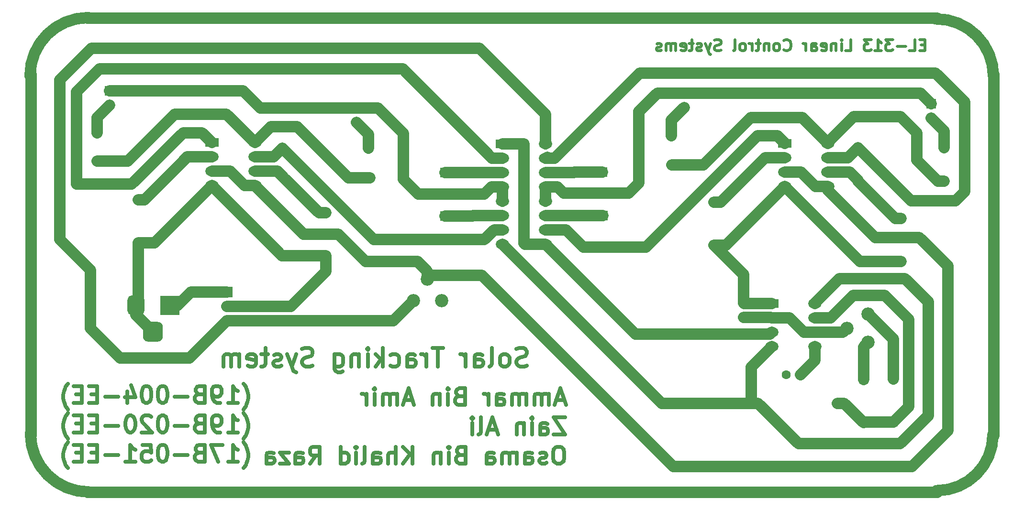
<source format=gbr>
%TF.GenerationSoftware,KiCad,Pcbnew,(5.1.10)-1*%
%TF.CreationDate,2023-01-30T23:20:41+05:00*%
%TF.ProjectId,Solar_Tracker_Circuit,536f6c61-725f-4547-9261-636b65725f43,rev?*%
%TF.SameCoordinates,Original*%
%TF.FileFunction,Copper,L2,Bot*%
%TF.FilePolarity,Positive*%
%FSLAX46Y46*%
G04 Gerber Fmt 4.6, Leading zero omitted, Abs format (unit mm)*
G04 Created by KiCad (PCBNEW (5.1.10)-1) date 2023-01-30 23:20:41*
%MOMM*%
%LPD*%
G01*
G04 APERTURE LIST*
%TA.AperFunction,NonConductor*%
%ADD10C,0.500000*%
%TD*%
%TA.AperFunction,NonConductor*%
%ADD11C,0.700000*%
%TD*%
%TA.AperFunction,NonConductor*%
%ADD12C,2.000000*%
%TD*%
%TA.AperFunction,ComponentPad*%
%ADD13C,1.600000*%
%TD*%
%TA.AperFunction,ComponentPad*%
%ADD14C,1.800000*%
%TD*%
%TA.AperFunction,ComponentPad*%
%ADD15R,1.800000X1.800000*%
%TD*%
%TA.AperFunction,ComponentPad*%
%ADD16R,1.600000X1.600000*%
%TD*%
%TA.AperFunction,ComponentPad*%
%ADD17O,1.600000X1.600000*%
%TD*%
%TA.AperFunction,ComponentPad*%
%ADD18R,3.500000X3.500000*%
%TD*%
%TA.AperFunction,ComponentPad*%
%ADD19C,2.340000*%
%TD*%
%TA.AperFunction,ComponentPad*%
%ADD20R,2.000000X1.905000*%
%TD*%
%TA.AperFunction,ComponentPad*%
%ADD21O,2.000000X1.905000*%
%TD*%
%TA.AperFunction,ComponentPad*%
%ADD22R,2.400000X1.600000*%
%TD*%
%TA.AperFunction,ComponentPad*%
%ADD23O,2.400000X1.600000*%
%TD*%
%TA.AperFunction,ComponentPad*%
%ADD24R,1.700000X1.700000*%
%TD*%
%TA.AperFunction,Conductor*%
%ADD25C,2.000000*%
%TD*%
G04 APERTURE END LIST*
D10*
X198682185Y-35277442D02*
X198015519Y-35277442D01*
X197729804Y-36325061D02*
X198682185Y-36325061D01*
X198682185Y-34325061D01*
X197729804Y-34325061D01*
X195920280Y-36325061D02*
X196872661Y-36325061D01*
X196872661Y-34325061D01*
X195253614Y-35563157D02*
X193729804Y-35563157D01*
X192967900Y-34325061D02*
X191729804Y-34325061D01*
X192396471Y-35086966D01*
X192110757Y-35086966D01*
X191920280Y-35182204D01*
X191825042Y-35277442D01*
X191729804Y-35467919D01*
X191729804Y-35944109D01*
X191825042Y-36134585D01*
X191920280Y-36229823D01*
X192110757Y-36325061D01*
X192682185Y-36325061D01*
X192872661Y-36229823D01*
X192967900Y-36134585D01*
X189825042Y-36325061D02*
X190967900Y-36325061D01*
X190396471Y-36325061D02*
X190396471Y-34325061D01*
X190586947Y-34610776D01*
X190777423Y-34801252D01*
X190967900Y-34896490D01*
X189158376Y-34325061D02*
X187920280Y-34325061D01*
X188586947Y-35086966D01*
X188301233Y-35086966D01*
X188110757Y-35182204D01*
X188015519Y-35277442D01*
X187920280Y-35467919D01*
X187920280Y-35944109D01*
X188015519Y-36134585D01*
X188110757Y-36229823D01*
X188301233Y-36325061D01*
X188872661Y-36325061D01*
X189063138Y-36229823D01*
X189158376Y-36134585D01*
X184586947Y-36325061D02*
X185539328Y-36325061D01*
X185539328Y-34325061D01*
X183920280Y-36325061D02*
X183920280Y-34991728D01*
X183920280Y-34325061D02*
X184015519Y-34420300D01*
X183920280Y-34515538D01*
X183825042Y-34420300D01*
X183920280Y-34325061D01*
X183920280Y-34515538D01*
X182967900Y-34991728D02*
X182967900Y-36325061D01*
X182967900Y-35182204D02*
X182872661Y-35086966D01*
X182682185Y-34991728D01*
X182396471Y-34991728D01*
X182205995Y-35086966D01*
X182110757Y-35277442D01*
X182110757Y-36325061D01*
X180396471Y-36229823D02*
X180586947Y-36325061D01*
X180967900Y-36325061D01*
X181158376Y-36229823D01*
X181253614Y-36039347D01*
X181253614Y-35277442D01*
X181158376Y-35086966D01*
X180967900Y-34991728D01*
X180586947Y-34991728D01*
X180396471Y-35086966D01*
X180301233Y-35277442D01*
X180301233Y-35467919D01*
X181253614Y-35658395D01*
X178586947Y-36325061D02*
X178586947Y-35277442D01*
X178682185Y-35086966D01*
X178872661Y-34991728D01*
X179253614Y-34991728D01*
X179444090Y-35086966D01*
X178586947Y-36229823D02*
X178777423Y-36325061D01*
X179253614Y-36325061D01*
X179444090Y-36229823D01*
X179539328Y-36039347D01*
X179539328Y-35848871D01*
X179444090Y-35658395D01*
X179253614Y-35563157D01*
X178777423Y-35563157D01*
X178586947Y-35467919D01*
X177634566Y-36325061D02*
X177634566Y-34991728D01*
X177634566Y-35372680D02*
X177539328Y-35182204D01*
X177444090Y-35086966D01*
X177253614Y-34991728D01*
X177063138Y-34991728D01*
X173729804Y-36134585D02*
X173825042Y-36229823D01*
X174110757Y-36325061D01*
X174301233Y-36325061D01*
X174586947Y-36229823D01*
X174777423Y-36039347D01*
X174872661Y-35848871D01*
X174967900Y-35467919D01*
X174967900Y-35182204D01*
X174872661Y-34801252D01*
X174777423Y-34610776D01*
X174586947Y-34420300D01*
X174301233Y-34325061D01*
X174110757Y-34325061D01*
X173825042Y-34420300D01*
X173729804Y-34515538D01*
X172586947Y-36325061D02*
X172777423Y-36229823D01*
X172872661Y-36134585D01*
X172967900Y-35944109D01*
X172967900Y-35372680D01*
X172872661Y-35182204D01*
X172777423Y-35086966D01*
X172586947Y-34991728D01*
X172301233Y-34991728D01*
X172110757Y-35086966D01*
X172015519Y-35182204D01*
X171920280Y-35372680D01*
X171920280Y-35944109D01*
X172015519Y-36134585D01*
X172110757Y-36229823D01*
X172301233Y-36325061D01*
X172586947Y-36325061D01*
X171063138Y-34991728D02*
X171063138Y-36325061D01*
X171063138Y-35182204D02*
X170967900Y-35086966D01*
X170777423Y-34991728D01*
X170491709Y-34991728D01*
X170301233Y-35086966D01*
X170205995Y-35277442D01*
X170205995Y-36325061D01*
X169539328Y-34991728D02*
X168777423Y-34991728D01*
X169253614Y-34325061D02*
X169253614Y-36039347D01*
X169158376Y-36229823D01*
X168967900Y-36325061D01*
X168777423Y-36325061D01*
X168110757Y-36325061D02*
X168110757Y-34991728D01*
X168110757Y-35372680D02*
X168015519Y-35182204D01*
X167920280Y-35086966D01*
X167729804Y-34991728D01*
X167539328Y-34991728D01*
X166586947Y-36325061D02*
X166777423Y-36229823D01*
X166872661Y-36134585D01*
X166967900Y-35944109D01*
X166967900Y-35372680D01*
X166872661Y-35182204D01*
X166777423Y-35086966D01*
X166586947Y-34991728D01*
X166301233Y-34991728D01*
X166110757Y-35086966D01*
X166015519Y-35182204D01*
X165920280Y-35372680D01*
X165920280Y-35944109D01*
X166015519Y-36134585D01*
X166110757Y-36229823D01*
X166301233Y-36325061D01*
X166586947Y-36325061D01*
X164777423Y-36325061D02*
X164967900Y-36229823D01*
X165063138Y-36039347D01*
X165063138Y-34325061D01*
X162586947Y-36229823D02*
X162301233Y-36325061D01*
X161825042Y-36325061D01*
X161634566Y-36229823D01*
X161539328Y-36134585D01*
X161444090Y-35944109D01*
X161444090Y-35753633D01*
X161539328Y-35563157D01*
X161634566Y-35467919D01*
X161825042Y-35372680D01*
X162205995Y-35277442D01*
X162396471Y-35182204D01*
X162491709Y-35086966D01*
X162586947Y-34896490D01*
X162586947Y-34706014D01*
X162491709Y-34515538D01*
X162396471Y-34420300D01*
X162205995Y-34325061D01*
X161729804Y-34325061D01*
X161444090Y-34420300D01*
X160777423Y-34991728D02*
X160301233Y-36325061D01*
X159825042Y-34991728D02*
X160301233Y-36325061D01*
X160491709Y-36801252D01*
X160586947Y-36896490D01*
X160777423Y-36991728D01*
X159158376Y-36229823D02*
X158967900Y-36325061D01*
X158586947Y-36325061D01*
X158396471Y-36229823D01*
X158301233Y-36039347D01*
X158301233Y-35944109D01*
X158396471Y-35753633D01*
X158586947Y-35658395D01*
X158872661Y-35658395D01*
X159063138Y-35563157D01*
X159158376Y-35372680D01*
X159158376Y-35277442D01*
X159063138Y-35086966D01*
X158872661Y-34991728D01*
X158586947Y-34991728D01*
X158396471Y-35086966D01*
X157729804Y-34991728D02*
X156967900Y-34991728D01*
X157444090Y-34325061D02*
X157444090Y-36039347D01*
X157348852Y-36229823D01*
X157158376Y-36325061D01*
X156967900Y-36325061D01*
X155539328Y-36229823D02*
X155729804Y-36325061D01*
X156110757Y-36325061D01*
X156301233Y-36229823D01*
X156396471Y-36039347D01*
X156396471Y-35277442D01*
X156301233Y-35086966D01*
X156110757Y-34991728D01*
X155729804Y-34991728D01*
X155539328Y-35086966D01*
X155444090Y-35277442D01*
X155444090Y-35467919D01*
X156396471Y-35658395D01*
X154586947Y-36325061D02*
X154586947Y-34991728D01*
X154586947Y-35182204D02*
X154491709Y-35086966D01*
X154301233Y-34991728D01*
X154015519Y-34991728D01*
X153825042Y-35086966D01*
X153729804Y-35277442D01*
X153729804Y-36325061D01*
X153729804Y-35277442D02*
X153634566Y-35086966D01*
X153444090Y-34991728D01*
X153158376Y-34991728D01*
X152967900Y-35086966D01*
X152872661Y-35277442D01*
X152872661Y-36325061D01*
X152015519Y-36229823D02*
X151825042Y-36325061D01*
X151444090Y-36325061D01*
X151253614Y-36229823D01*
X151158376Y-36039347D01*
X151158376Y-35944109D01*
X151253614Y-35753633D01*
X151444090Y-35658395D01*
X151729804Y-35658395D01*
X151920280Y-35563157D01*
X152015519Y-35372680D01*
X152015519Y-35277442D01*
X151920280Y-35086966D01*
X151729804Y-34991728D01*
X151444090Y-34991728D01*
X151253614Y-35086966D01*
D11*
X78085600Y-99839800D02*
X78228457Y-99696942D01*
X78514171Y-99268371D01*
X78657028Y-98982657D01*
X78799885Y-98554085D01*
X78942742Y-97839800D01*
X78942742Y-97268371D01*
X78799885Y-96554085D01*
X78657028Y-96125514D01*
X78514171Y-95839800D01*
X78228457Y-95411228D01*
X78085600Y-95268371D01*
X75371314Y-98696942D02*
X77085600Y-98696942D01*
X76228457Y-98696942D02*
X76228457Y-95696942D01*
X76514171Y-96125514D01*
X76799885Y-96411228D01*
X77085600Y-96554085D01*
X73942742Y-98696942D02*
X73371314Y-98696942D01*
X73085600Y-98554085D01*
X72942742Y-98411228D01*
X72657028Y-97982657D01*
X72514171Y-97411228D01*
X72514171Y-96268371D01*
X72657028Y-95982657D01*
X72799885Y-95839800D01*
X73085600Y-95696942D01*
X73657028Y-95696942D01*
X73942742Y-95839800D01*
X74085600Y-95982657D01*
X74228457Y-96268371D01*
X74228457Y-96982657D01*
X74085600Y-97268371D01*
X73942742Y-97411228D01*
X73657028Y-97554085D01*
X73085600Y-97554085D01*
X72799885Y-97411228D01*
X72657028Y-97268371D01*
X72514171Y-96982657D01*
X70228457Y-97125514D02*
X69799885Y-97268371D01*
X69657028Y-97411228D01*
X69514171Y-97696942D01*
X69514171Y-98125514D01*
X69657028Y-98411228D01*
X69799885Y-98554085D01*
X70085600Y-98696942D01*
X71228457Y-98696942D01*
X71228457Y-95696942D01*
X70228457Y-95696942D01*
X69942742Y-95839800D01*
X69799885Y-95982657D01*
X69657028Y-96268371D01*
X69657028Y-96554085D01*
X69799885Y-96839800D01*
X69942742Y-96982657D01*
X70228457Y-97125514D01*
X71228457Y-97125514D01*
X68228457Y-97554085D02*
X65942742Y-97554085D01*
X63942742Y-95696942D02*
X63657028Y-95696942D01*
X63371314Y-95839800D01*
X63228457Y-95982657D01*
X63085600Y-96268371D01*
X62942742Y-96839800D01*
X62942742Y-97554085D01*
X63085600Y-98125514D01*
X63228457Y-98411228D01*
X63371314Y-98554085D01*
X63657028Y-98696942D01*
X63942742Y-98696942D01*
X64228457Y-98554085D01*
X64371314Y-98411228D01*
X64514171Y-98125514D01*
X64657028Y-97554085D01*
X64657028Y-96839800D01*
X64514171Y-96268371D01*
X64371314Y-95982657D01*
X64228457Y-95839800D01*
X63942742Y-95696942D01*
X61085600Y-95696942D02*
X60799885Y-95696942D01*
X60514171Y-95839800D01*
X60371314Y-95982657D01*
X60228457Y-96268371D01*
X60085600Y-96839800D01*
X60085600Y-97554085D01*
X60228457Y-98125514D01*
X60371314Y-98411228D01*
X60514171Y-98554085D01*
X60799885Y-98696942D01*
X61085600Y-98696942D01*
X61371314Y-98554085D01*
X61514171Y-98411228D01*
X61657028Y-98125514D01*
X61799885Y-97554085D01*
X61799885Y-96839800D01*
X61657028Y-96268371D01*
X61514171Y-95982657D01*
X61371314Y-95839800D01*
X61085600Y-95696942D01*
X57514171Y-96696942D02*
X57514171Y-98696942D01*
X58228457Y-95554085D02*
X58942742Y-97696942D01*
X57085600Y-97696942D01*
X55942742Y-97554085D02*
X53657028Y-97554085D01*
X52228457Y-97125514D02*
X51228457Y-97125514D01*
X50799885Y-98696942D02*
X52228457Y-98696942D01*
X52228457Y-95696942D01*
X50799885Y-95696942D01*
X49514171Y-97125514D02*
X48514171Y-97125514D01*
X48085600Y-98696942D02*
X49514171Y-98696942D01*
X49514171Y-95696942D01*
X48085600Y-95696942D01*
X47085600Y-99839800D02*
X46942742Y-99696942D01*
X46657028Y-99268371D01*
X46514171Y-98982657D01*
X46371314Y-98554085D01*
X46228457Y-97839800D01*
X46228457Y-97268371D01*
X46371314Y-96554085D01*
X46514171Y-96125514D01*
X46657028Y-95839800D01*
X46942742Y-95411228D01*
X47085600Y-95268371D01*
X78085600Y-105039800D02*
X78228457Y-104896942D01*
X78514171Y-104468371D01*
X78657028Y-104182657D01*
X78799885Y-103754085D01*
X78942742Y-103039800D01*
X78942742Y-102468371D01*
X78799885Y-101754085D01*
X78657028Y-101325514D01*
X78514171Y-101039800D01*
X78228457Y-100611228D01*
X78085600Y-100468371D01*
X75371314Y-103896942D02*
X77085600Y-103896942D01*
X76228457Y-103896942D02*
X76228457Y-100896942D01*
X76514171Y-101325514D01*
X76799885Y-101611228D01*
X77085600Y-101754085D01*
X73942742Y-103896942D02*
X73371314Y-103896942D01*
X73085600Y-103754085D01*
X72942742Y-103611228D01*
X72657028Y-103182657D01*
X72514171Y-102611228D01*
X72514171Y-101468371D01*
X72657028Y-101182657D01*
X72799885Y-101039800D01*
X73085600Y-100896942D01*
X73657028Y-100896942D01*
X73942742Y-101039800D01*
X74085600Y-101182657D01*
X74228457Y-101468371D01*
X74228457Y-102182657D01*
X74085600Y-102468371D01*
X73942742Y-102611228D01*
X73657028Y-102754085D01*
X73085600Y-102754085D01*
X72799885Y-102611228D01*
X72657028Y-102468371D01*
X72514171Y-102182657D01*
X70228457Y-102325514D02*
X69799885Y-102468371D01*
X69657028Y-102611228D01*
X69514171Y-102896942D01*
X69514171Y-103325514D01*
X69657028Y-103611228D01*
X69799885Y-103754085D01*
X70085600Y-103896942D01*
X71228457Y-103896942D01*
X71228457Y-100896942D01*
X70228457Y-100896942D01*
X69942742Y-101039800D01*
X69799885Y-101182657D01*
X69657028Y-101468371D01*
X69657028Y-101754085D01*
X69799885Y-102039800D01*
X69942742Y-102182657D01*
X70228457Y-102325514D01*
X71228457Y-102325514D01*
X68228457Y-102754085D02*
X65942742Y-102754085D01*
X63942742Y-100896942D02*
X63657028Y-100896942D01*
X63371314Y-101039800D01*
X63228457Y-101182657D01*
X63085600Y-101468371D01*
X62942742Y-102039800D01*
X62942742Y-102754085D01*
X63085600Y-103325514D01*
X63228457Y-103611228D01*
X63371314Y-103754085D01*
X63657028Y-103896942D01*
X63942742Y-103896942D01*
X64228457Y-103754085D01*
X64371314Y-103611228D01*
X64514171Y-103325514D01*
X64657028Y-102754085D01*
X64657028Y-102039800D01*
X64514171Y-101468371D01*
X64371314Y-101182657D01*
X64228457Y-101039800D01*
X63942742Y-100896942D01*
X61799885Y-101182657D02*
X61657028Y-101039800D01*
X61371314Y-100896942D01*
X60657028Y-100896942D01*
X60371314Y-101039800D01*
X60228457Y-101182657D01*
X60085600Y-101468371D01*
X60085600Y-101754085D01*
X60228457Y-102182657D01*
X61942742Y-103896942D01*
X60085600Y-103896942D01*
X58228457Y-100896942D02*
X57942742Y-100896942D01*
X57657028Y-101039800D01*
X57514171Y-101182657D01*
X57371314Y-101468371D01*
X57228457Y-102039800D01*
X57228457Y-102754085D01*
X57371314Y-103325514D01*
X57514171Y-103611228D01*
X57657028Y-103754085D01*
X57942742Y-103896942D01*
X58228457Y-103896942D01*
X58514171Y-103754085D01*
X58657028Y-103611228D01*
X58799885Y-103325514D01*
X58942742Y-102754085D01*
X58942742Y-102039800D01*
X58799885Y-101468371D01*
X58657028Y-101182657D01*
X58514171Y-101039800D01*
X58228457Y-100896942D01*
X55942742Y-102754085D02*
X53657028Y-102754085D01*
X52228457Y-102325514D02*
X51228457Y-102325514D01*
X50799885Y-103896942D02*
X52228457Y-103896942D01*
X52228457Y-100896942D01*
X50799885Y-100896942D01*
X49514171Y-102325514D02*
X48514171Y-102325514D01*
X48085600Y-103896942D02*
X49514171Y-103896942D01*
X49514171Y-100896942D01*
X48085600Y-100896942D01*
X47085600Y-105039800D02*
X46942742Y-104896942D01*
X46657028Y-104468371D01*
X46514171Y-104182657D01*
X46371314Y-103754085D01*
X46228457Y-103039800D01*
X46228457Y-102468371D01*
X46371314Y-101754085D01*
X46514171Y-101325514D01*
X46657028Y-101039800D01*
X46942742Y-100611228D01*
X47085600Y-100468371D01*
X78085600Y-110239800D02*
X78228457Y-110096942D01*
X78514171Y-109668371D01*
X78657028Y-109382657D01*
X78799885Y-108954085D01*
X78942742Y-108239800D01*
X78942742Y-107668371D01*
X78799885Y-106954085D01*
X78657028Y-106525514D01*
X78514171Y-106239800D01*
X78228457Y-105811228D01*
X78085600Y-105668371D01*
X75371314Y-109096942D02*
X77085600Y-109096942D01*
X76228457Y-109096942D02*
X76228457Y-106096942D01*
X76514171Y-106525514D01*
X76799885Y-106811228D01*
X77085600Y-106954085D01*
X74371314Y-106096942D02*
X72371314Y-106096942D01*
X73657028Y-109096942D01*
X70228457Y-107525514D02*
X69799885Y-107668371D01*
X69657028Y-107811228D01*
X69514171Y-108096942D01*
X69514171Y-108525514D01*
X69657028Y-108811228D01*
X69799885Y-108954085D01*
X70085600Y-109096942D01*
X71228457Y-109096942D01*
X71228457Y-106096942D01*
X70228457Y-106096942D01*
X69942742Y-106239800D01*
X69799885Y-106382657D01*
X69657028Y-106668371D01*
X69657028Y-106954085D01*
X69799885Y-107239800D01*
X69942742Y-107382657D01*
X70228457Y-107525514D01*
X71228457Y-107525514D01*
X68228457Y-107954085D02*
X65942742Y-107954085D01*
X63942742Y-106096942D02*
X63657028Y-106096942D01*
X63371314Y-106239800D01*
X63228457Y-106382657D01*
X63085600Y-106668371D01*
X62942742Y-107239800D01*
X62942742Y-107954085D01*
X63085600Y-108525514D01*
X63228457Y-108811228D01*
X63371314Y-108954085D01*
X63657028Y-109096942D01*
X63942742Y-109096942D01*
X64228457Y-108954085D01*
X64371314Y-108811228D01*
X64514171Y-108525514D01*
X64657028Y-107954085D01*
X64657028Y-107239800D01*
X64514171Y-106668371D01*
X64371314Y-106382657D01*
X64228457Y-106239800D01*
X63942742Y-106096942D01*
X60228457Y-106096942D02*
X61657028Y-106096942D01*
X61799885Y-107525514D01*
X61657028Y-107382657D01*
X61371314Y-107239800D01*
X60657028Y-107239800D01*
X60371314Y-107382657D01*
X60228457Y-107525514D01*
X60085600Y-107811228D01*
X60085600Y-108525514D01*
X60228457Y-108811228D01*
X60371314Y-108954085D01*
X60657028Y-109096942D01*
X61371314Y-109096942D01*
X61657028Y-108954085D01*
X61799885Y-108811228D01*
X57228457Y-109096942D02*
X58942742Y-109096942D01*
X58085600Y-109096942D02*
X58085600Y-106096942D01*
X58371314Y-106525514D01*
X58657028Y-106811228D01*
X58942742Y-106954085D01*
X55942742Y-107954085D02*
X53657028Y-107954085D01*
X52228457Y-107525514D02*
X51228457Y-107525514D01*
X50799885Y-109096942D02*
X52228457Y-109096942D01*
X52228457Y-106096942D01*
X50799885Y-106096942D01*
X49514171Y-107525514D02*
X48514171Y-107525514D01*
X48085600Y-109096942D02*
X49514171Y-109096942D01*
X49514171Y-106096942D01*
X48085600Y-106096942D01*
X47085600Y-110239800D02*
X46942742Y-110096942D01*
X46657028Y-109668371D01*
X46514171Y-109382657D01*
X46371314Y-108954085D01*
X46228457Y-108239800D01*
X46228457Y-107668371D01*
X46371314Y-106954085D01*
X46514171Y-106525514D01*
X46657028Y-106239800D01*
X46942742Y-105811228D01*
X47085600Y-105668371D01*
X134863571Y-98195400D02*
X133435000Y-98195400D01*
X135149285Y-99052542D02*
X134149285Y-96052542D01*
X133149285Y-99052542D01*
X132149285Y-99052542D02*
X132149285Y-97052542D01*
X132149285Y-97338257D02*
X132006428Y-97195400D01*
X131720714Y-97052542D01*
X131292142Y-97052542D01*
X131006428Y-97195400D01*
X130863571Y-97481114D01*
X130863571Y-99052542D01*
X130863571Y-97481114D02*
X130720714Y-97195400D01*
X130435000Y-97052542D01*
X130006428Y-97052542D01*
X129720714Y-97195400D01*
X129577857Y-97481114D01*
X129577857Y-99052542D01*
X128149285Y-99052542D02*
X128149285Y-97052542D01*
X128149285Y-97338257D02*
X128006428Y-97195400D01*
X127720714Y-97052542D01*
X127292142Y-97052542D01*
X127006428Y-97195400D01*
X126863571Y-97481114D01*
X126863571Y-99052542D01*
X126863571Y-97481114D02*
X126720714Y-97195400D01*
X126435000Y-97052542D01*
X126006428Y-97052542D01*
X125720714Y-97195400D01*
X125577857Y-97481114D01*
X125577857Y-99052542D01*
X122863571Y-99052542D02*
X122863571Y-97481114D01*
X123006428Y-97195400D01*
X123292142Y-97052542D01*
X123863571Y-97052542D01*
X124149285Y-97195400D01*
X122863571Y-98909685D02*
X123149285Y-99052542D01*
X123863571Y-99052542D01*
X124149285Y-98909685D01*
X124292142Y-98623971D01*
X124292142Y-98338257D01*
X124149285Y-98052542D01*
X123863571Y-97909685D01*
X123149285Y-97909685D01*
X122863571Y-97766828D01*
X121435000Y-99052542D02*
X121435000Y-97052542D01*
X121435000Y-97623971D02*
X121292142Y-97338257D01*
X121149285Y-97195400D01*
X120863571Y-97052542D01*
X120577857Y-97052542D01*
X116292142Y-97481114D02*
X115863571Y-97623971D01*
X115720714Y-97766828D01*
X115577857Y-98052542D01*
X115577857Y-98481114D01*
X115720714Y-98766828D01*
X115863571Y-98909685D01*
X116149285Y-99052542D01*
X117292142Y-99052542D01*
X117292142Y-96052542D01*
X116292142Y-96052542D01*
X116006428Y-96195400D01*
X115863571Y-96338257D01*
X115720714Y-96623971D01*
X115720714Y-96909685D01*
X115863571Y-97195400D01*
X116006428Y-97338257D01*
X116292142Y-97481114D01*
X117292142Y-97481114D01*
X114292142Y-99052542D02*
X114292142Y-97052542D01*
X114292142Y-96052542D02*
X114435000Y-96195400D01*
X114292142Y-96338257D01*
X114149285Y-96195400D01*
X114292142Y-96052542D01*
X114292142Y-96338257D01*
X112863571Y-97052542D02*
X112863571Y-99052542D01*
X112863571Y-97338257D02*
X112720714Y-97195400D01*
X112435000Y-97052542D01*
X112006428Y-97052542D01*
X111720714Y-97195400D01*
X111577857Y-97481114D01*
X111577857Y-99052542D01*
X108006428Y-98195400D02*
X106577857Y-98195400D01*
X108292142Y-99052542D02*
X107292142Y-96052542D01*
X106292142Y-99052542D01*
X105292142Y-99052542D02*
X105292142Y-97052542D01*
X105292142Y-97338257D02*
X105149285Y-97195400D01*
X104863571Y-97052542D01*
X104435000Y-97052542D01*
X104149285Y-97195400D01*
X104006428Y-97481114D01*
X104006428Y-99052542D01*
X104006428Y-97481114D02*
X103863571Y-97195400D01*
X103577857Y-97052542D01*
X103149285Y-97052542D01*
X102863571Y-97195400D01*
X102720714Y-97481114D01*
X102720714Y-99052542D01*
X101292142Y-99052542D02*
X101292142Y-97052542D01*
X101292142Y-96052542D02*
X101435000Y-96195400D01*
X101292142Y-96338257D01*
X101149285Y-96195400D01*
X101292142Y-96052542D01*
X101292142Y-96338257D01*
X99863571Y-99052542D02*
X99863571Y-97052542D01*
X99863571Y-97623971D02*
X99720714Y-97338257D01*
X99577857Y-97195400D01*
X99292142Y-97052542D01*
X99006428Y-97052542D01*
X135006428Y-101252542D02*
X133006428Y-101252542D01*
X135006428Y-104252542D01*
X133006428Y-104252542D01*
X130577857Y-104252542D02*
X130577857Y-102681114D01*
X130720714Y-102395400D01*
X131006428Y-102252542D01*
X131577857Y-102252542D01*
X131863571Y-102395400D01*
X130577857Y-104109685D02*
X130863571Y-104252542D01*
X131577857Y-104252542D01*
X131863571Y-104109685D01*
X132006428Y-103823971D01*
X132006428Y-103538257D01*
X131863571Y-103252542D01*
X131577857Y-103109685D01*
X130863571Y-103109685D01*
X130577857Y-102966828D01*
X129149285Y-104252542D02*
X129149285Y-102252542D01*
X129149285Y-101252542D02*
X129292142Y-101395400D01*
X129149285Y-101538257D01*
X129006428Y-101395400D01*
X129149285Y-101252542D01*
X129149285Y-101538257D01*
X127720714Y-102252542D02*
X127720714Y-104252542D01*
X127720714Y-102538257D02*
X127577857Y-102395400D01*
X127292142Y-102252542D01*
X126863571Y-102252542D01*
X126577857Y-102395400D01*
X126435000Y-102681114D01*
X126435000Y-104252542D01*
X122863571Y-103395400D02*
X121435000Y-103395400D01*
X123149285Y-104252542D02*
X122149285Y-101252542D01*
X121149285Y-104252542D01*
X119720714Y-104252542D02*
X120006428Y-104109685D01*
X120149285Y-103823971D01*
X120149285Y-101252542D01*
X118577857Y-104252542D02*
X118577857Y-102252542D01*
X118577857Y-101252542D02*
X118720714Y-101395400D01*
X118577857Y-101538257D01*
X118435000Y-101395400D01*
X118577857Y-101252542D01*
X118577857Y-101538257D01*
X134149285Y-106452542D02*
X133577857Y-106452542D01*
X133292142Y-106595400D01*
X133006428Y-106881114D01*
X132863571Y-107452542D01*
X132863571Y-108452542D01*
X133006428Y-109023971D01*
X133292142Y-109309685D01*
X133577857Y-109452542D01*
X134149285Y-109452542D01*
X134435000Y-109309685D01*
X134720714Y-109023971D01*
X134863571Y-108452542D01*
X134863571Y-107452542D01*
X134720714Y-106881114D01*
X134435000Y-106595400D01*
X134149285Y-106452542D01*
X131720714Y-109309685D02*
X131435000Y-109452542D01*
X130863571Y-109452542D01*
X130577857Y-109309685D01*
X130435000Y-109023971D01*
X130435000Y-108881114D01*
X130577857Y-108595400D01*
X130863571Y-108452542D01*
X131292142Y-108452542D01*
X131577857Y-108309685D01*
X131720714Y-108023971D01*
X131720714Y-107881114D01*
X131577857Y-107595400D01*
X131292142Y-107452542D01*
X130863571Y-107452542D01*
X130577857Y-107595400D01*
X127863571Y-109452542D02*
X127863571Y-107881114D01*
X128006428Y-107595400D01*
X128292142Y-107452542D01*
X128863571Y-107452542D01*
X129149285Y-107595400D01*
X127863571Y-109309685D02*
X128149285Y-109452542D01*
X128863571Y-109452542D01*
X129149285Y-109309685D01*
X129292142Y-109023971D01*
X129292142Y-108738257D01*
X129149285Y-108452542D01*
X128863571Y-108309685D01*
X128149285Y-108309685D01*
X127863571Y-108166828D01*
X126435000Y-109452542D02*
X126435000Y-107452542D01*
X126435000Y-107738257D02*
X126292142Y-107595400D01*
X126006428Y-107452542D01*
X125577857Y-107452542D01*
X125292142Y-107595400D01*
X125149285Y-107881114D01*
X125149285Y-109452542D01*
X125149285Y-107881114D02*
X125006428Y-107595400D01*
X124720714Y-107452542D01*
X124292142Y-107452542D01*
X124006428Y-107595400D01*
X123863571Y-107881114D01*
X123863571Y-109452542D01*
X121149285Y-109452542D02*
X121149285Y-107881114D01*
X121292142Y-107595400D01*
X121577857Y-107452542D01*
X122149285Y-107452542D01*
X122435000Y-107595400D01*
X121149285Y-109309685D02*
X121435000Y-109452542D01*
X122149285Y-109452542D01*
X122435000Y-109309685D01*
X122577857Y-109023971D01*
X122577857Y-108738257D01*
X122435000Y-108452542D01*
X122149285Y-108309685D01*
X121435000Y-108309685D01*
X121149285Y-108166828D01*
X116435000Y-107881114D02*
X116006428Y-108023971D01*
X115863571Y-108166828D01*
X115720714Y-108452542D01*
X115720714Y-108881114D01*
X115863571Y-109166828D01*
X116006428Y-109309685D01*
X116292142Y-109452542D01*
X117435000Y-109452542D01*
X117435000Y-106452542D01*
X116435000Y-106452542D01*
X116149285Y-106595400D01*
X116006428Y-106738257D01*
X115863571Y-107023971D01*
X115863571Y-107309685D01*
X116006428Y-107595400D01*
X116149285Y-107738257D01*
X116435000Y-107881114D01*
X117435000Y-107881114D01*
X114435000Y-109452542D02*
X114435000Y-107452542D01*
X114435000Y-106452542D02*
X114577857Y-106595400D01*
X114435000Y-106738257D01*
X114292142Y-106595400D01*
X114435000Y-106452542D01*
X114435000Y-106738257D01*
X113006428Y-107452542D02*
X113006428Y-109452542D01*
X113006428Y-107738257D02*
X112863571Y-107595400D01*
X112577857Y-107452542D01*
X112149285Y-107452542D01*
X111863571Y-107595400D01*
X111720714Y-107881114D01*
X111720714Y-109452542D01*
X108006428Y-109452542D02*
X108006428Y-106452542D01*
X106292142Y-109452542D02*
X107577857Y-107738257D01*
X106292142Y-106452542D02*
X108006428Y-108166828D01*
X105006428Y-109452542D02*
X105006428Y-106452542D01*
X103720714Y-109452542D02*
X103720714Y-107881114D01*
X103863571Y-107595400D01*
X104149285Y-107452542D01*
X104577857Y-107452542D01*
X104863571Y-107595400D01*
X105006428Y-107738257D01*
X101006428Y-109452542D02*
X101006428Y-107881114D01*
X101149285Y-107595400D01*
X101435000Y-107452542D01*
X102006428Y-107452542D01*
X102292142Y-107595400D01*
X101006428Y-109309685D02*
X101292142Y-109452542D01*
X102006428Y-109452542D01*
X102292142Y-109309685D01*
X102435000Y-109023971D01*
X102435000Y-108738257D01*
X102292142Y-108452542D01*
X102006428Y-108309685D01*
X101292142Y-108309685D01*
X101006428Y-108166828D01*
X99149285Y-109452542D02*
X99435000Y-109309685D01*
X99577857Y-109023971D01*
X99577857Y-106452542D01*
X98006428Y-109452542D02*
X98006428Y-107452542D01*
X98006428Y-106452542D02*
X98149285Y-106595400D01*
X98006428Y-106738257D01*
X97863571Y-106595400D01*
X98006428Y-106452542D01*
X98006428Y-106738257D01*
X95292142Y-109452542D02*
X95292142Y-106452542D01*
X95292142Y-109309685D02*
X95577857Y-109452542D01*
X96149285Y-109452542D01*
X96435000Y-109309685D01*
X96577857Y-109166828D01*
X96720714Y-108881114D01*
X96720714Y-108023971D01*
X96577857Y-107738257D01*
X96435000Y-107595400D01*
X96149285Y-107452542D01*
X95577857Y-107452542D01*
X95292142Y-107595400D01*
X89863571Y-109452542D02*
X90863571Y-108023971D01*
X91577857Y-109452542D02*
X91577857Y-106452542D01*
X90435000Y-106452542D01*
X90149285Y-106595400D01*
X90006428Y-106738257D01*
X89863571Y-107023971D01*
X89863571Y-107452542D01*
X90006428Y-107738257D01*
X90149285Y-107881114D01*
X90435000Y-108023971D01*
X91577857Y-108023971D01*
X87292142Y-109452542D02*
X87292142Y-107881114D01*
X87435000Y-107595400D01*
X87720714Y-107452542D01*
X88292142Y-107452542D01*
X88577857Y-107595400D01*
X87292142Y-109309685D02*
X87577857Y-109452542D01*
X88292142Y-109452542D01*
X88577857Y-109309685D01*
X88720714Y-109023971D01*
X88720714Y-108738257D01*
X88577857Y-108452542D01*
X88292142Y-108309685D01*
X87577857Y-108309685D01*
X87292142Y-108166828D01*
X86149285Y-107452542D02*
X84577857Y-107452542D01*
X86149285Y-109452542D01*
X84577857Y-109452542D01*
X82149285Y-109452542D02*
X82149285Y-107881114D01*
X82292142Y-107595400D01*
X82577857Y-107452542D01*
X83149285Y-107452542D01*
X83435000Y-107595400D01*
X82149285Y-109309685D02*
X82435000Y-109452542D01*
X83149285Y-109452542D01*
X83435000Y-109309685D01*
X83577857Y-109023971D01*
X83577857Y-108738257D01*
X83435000Y-108452542D01*
X83149285Y-108309685D01*
X82435000Y-108309685D01*
X82149285Y-108166828D01*
X128261871Y-92056976D02*
X127797585Y-92211738D01*
X127023776Y-92211738D01*
X126714252Y-92056976D01*
X126559490Y-91902214D01*
X126404728Y-91592690D01*
X126404728Y-91283166D01*
X126559490Y-90973642D01*
X126714252Y-90818880D01*
X127023776Y-90664119D01*
X127642823Y-90509357D01*
X127952347Y-90354595D01*
X128107109Y-90199833D01*
X128261871Y-89890309D01*
X128261871Y-89580785D01*
X128107109Y-89271261D01*
X127952347Y-89116500D01*
X127642823Y-88961738D01*
X126869014Y-88961738D01*
X126404728Y-89116500D01*
X124547585Y-92211738D02*
X124857109Y-92056976D01*
X125011871Y-91902214D01*
X125166633Y-91592690D01*
X125166633Y-90664119D01*
X125011871Y-90354595D01*
X124857109Y-90199833D01*
X124547585Y-90045071D01*
X124083300Y-90045071D01*
X123773776Y-90199833D01*
X123619014Y-90354595D01*
X123464252Y-90664119D01*
X123464252Y-91592690D01*
X123619014Y-91902214D01*
X123773776Y-92056976D01*
X124083300Y-92211738D01*
X124547585Y-92211738D01*
X121607109Y-92211738D02*
X121916633Y-92056976D01*
X122071395Y-91747452D01*
X122071395Y-88961738D01*
X118976157Y-92211738D02*
X118976157Y-90509357D01*
X119130919Y-90199833D01*
X119440442Y-90045071D01*
X120059490Y-90045071D01*
X120369014Y-90199833D01*
X118976157Y-92056976D02*
X119285680Y-92211738D01*
X120059490Y-92211738D01*
X120369014Y-92056976D01*
X120523776Y-91747452D01*
X120523776Y-91437928D01*
X120369014Y-91128404D01*
X120059490Y-90973642D01*
X119285680Y-90973642D01*
X118976157Y-90818880D01*
X117428538Y-92211738D02*
X117428538Y-90045071D01*
X117428538Y-90664119D02*
X117273776Y-90354595D01*
X117119014Y-90199833D01*
X116809490Y-90045071D01*
X116499966Y-90045071D01*
X113404728Y-88961738D02*
X111547585Y-88961738D01*
X112476157Y-92211738D02*
X112476157Y-88961738D01*
X110464252Y-92211738D02*
X110464252Y-90045071D01*
X110464252Y-90664119D02*
X110309490Y-90354595D01*
X110154728Y-90199833D01*
X109845204Y-90045071D01*
X109535680Y-90045071D01*
X107059490Y-92211738D02*
X107059490Y-90509357D01*
X107214252Y-90199833D01*
X107523776Y-90045071D01*
X108142823Y-90045071D01*
X108452347Y-90199833D01*
X107059490Y-92056976D02*
X107369014Y-92211738D01*
X108142823Y-92211738D01*
X108452347Y-92056976D01*
X108607109Y-91747452D01*
X108607109Y-91437928D01*
X108452347Y-91128404D01*
X108142823Y-90973642D01*
X107369014Y-90973642D01*
X107059490Y-90818880D01*
X104119014Y-92056976D02*
X104428538Y-92211738D01*
X105047585Y-92211738D01*
X105357109Y-92056976D01*
X105511871Y-91902214D01*
X105666633Y-91592690D01*
X105666633Y-90664119D01*
X105511871Y-90354595D01*
X105357109Y-90199833D01*
X105047585Y-90045071D01*
X104428538Y-90045071D01*
X104119014Y-90199833D01*
X102726157Y-92211738D02*
X102726157Y-88961738D01*
X102416633Y-90973642D02*
X101488061Y-92211738D01*
X101488061Y-90045071D02*
X102726157Y-91283166D01*
X100095204Y-92211738D02*
X100095204Y-90045071D01*
X100095204Y-88961738D02*
X100249966Y-89116500D01*
X100095204Y-89271261D01*
X99940442Y-89116500D01*
X100095204Y-88961738D01*
X100095204Y-89271261D01*
X98547585Y-90045071D02*
X98547585Y-92211738D01*
X98547585Y-90354595D02*
X98392823Y-90199833D01*
X98083300Y-90045071D01*
X97619014Y-90045071D01*
X97309490Y-90199833D01*
X97154728Y-90509357D01*
X97154728Y-92211738D01*
X94214252Y-90045071D02*
X94214252Y-92676023D01*
X94369014Y-92985547D01*
X94523776Y-93140309D01*
X94833300Y-93295071D01*
X95297585Y-93295071D01*
X95607109Y-93140309D01*
X94214252Y-92056976D02*
X94523776Y-92211738D01*
X95142823Y-92211738D01*
X95452347Y-92056976D01*
X95607109Y-91902214D01*
X95761871Y-91592690D01*
X95761871Y-90664119D01*
X95607109Y-90354595D01*
X95452347Y-90199833D01*
X95142823Y-90045071D01*
X94523776Y-90045071D01*
X94214252Y-90199833D01*
X90345204Y-92056976D02*
X89880919Y-92211738D01*
X89107109Y-92211738D01*
X88797585Y-92056976D01*
X88642823Y-91902214D01*
X88488061Y-91592690D01*
X88488061Y-91283166D01*
X88642823Y-90973642D01*
X88797585Y-90818880D01*
X89107109Y-90664119D01*
X89726157Y-90509357D01*
X90035680Y-90354595D01*
X90190442Y-90199833D01*
X90345204Y-89890309D01*
X90345204Y-89580785D01*
X90190442Y-89271261D01*
X90035680Y-89116500D01*
X89726157Y-88961738D01*
X88952347Y-88961738D01*
X88488061Y-89116500D01*
X87404728Y-90045071D02*
X86630919Y-92211738D01*
X85857109Y-90045071D02*
X86630919Y-92211738D01*
X86940442Y-92985547D01*
X87095204Y-93140309D01*
X87404728Y-93295071D01*
X84773776Y-92056976D02*
X84464252Y-92211738D01*
X83845204Y-92211738D01*
X83535680Y-92056976D01*
X83380919Y-91747452D01*
X83380919Y-91592690D01*
X83535680Y-91283166D01*
X83845204Y-91128404D01*
X84309490Y-91128404D01*
X84619014Y-90973642D01*
X84773776Y-90664119D01*
X84773776Y-90509357D01*
X84619014Y-90199833D01*
X84309490Y-90045071D01*
X83845204Y-90045071D01*
X83535680Y-90199833D01*
X82452347Y-90045071D02*
X81214252Y-90045071D01*
X81988061Y-88961738D02*
X81988061Y-91747452D01*
X81833300Y-92056976D01*
X81523776Y-92211738D01*
X81214252Y-92211738D01*
X78892823Y-92056976D02*
X79202347Y-92211738D01*
X79821395Y-92211738D01*
X80130919Y-92056976D01*
X80285680Y-91747452D01*
X80285680Y-90509357D01*
X80130919Y-90199833D01*
X79821395Y-90045071D01*
X79202347Y-90045071D01*
X78892823Y-90199833D01*
X78738061Y-90509357D01*
X78738061Y-90818880D01*
X80285680Y-91128404D01*
X77345204Y-92211738D02*
X77345204Y-90045071D01*
X77345204Y-90354595D02*
X77190442Y-90199833D01*
X76880919Y-90045071D01*
X76416633Y-90045071D01*
X76107109Y-90199833D01*
X75952347Y-90509357D01*
X75952347Y-92211738D01*
X75952347Y-90509357D02*
X75797585Y-90199833D01*
X75488061Y-90045071D01*
X75023776Y-90045071D01*
X74714252Y-90199833D01*
X74559490Y-90509357D01*
X74559490Y-92211738D01*
D12*
X200614825Y-30658046D02*
G75*
G02*
X210794600Y-40767000I70575J-10108954D01*
G01*
X210718400Y-104267000D02*
G75*
G02*
X200761600Y-114223800I-9956800J0D01*
G01*
X50723800Y-114452400D02*
G75*
G02*
X40411400Y-104140000I0J10312400D01*
G01*
X40335200Y-40716200D02*
G75*
G02*
X50622200Y-30429200I10287000J0D01*
G01*
X210870800Y-104500000D02*
X210870800Y-40429200D01*
X40513000Y-104500000D02*
X40513000Y-40429200D01*
X50513000Y-114500000D02*
X200870800Y-114500000D01*
X50513000Y-30505400D02*
X200870800Y-30505400D01*
D13*
%TO.P,C1,2*%
%TO.N,GND*%
X166573200Y-80989800D03*
%TO.P,C1,1*%
%TO.N,Net-(C1-Pad1)*%
X166573200Y-83489800D03*
%TD*%
%TO.P,C2,1*%
%TO.N,Net-(C2-Pad1)*%
X176657000Y-93649800D03*
%TO.P,C2,2*%
%TO.N,GND*%
X174157000Y-93649800D03*
%TD*%
D14*
%TO.P,D1,2*%
%TO.N,Net-(D1-Pad2)*%
X54406800Y-45923200D03*
D15*
%TO.P,D1,1*%
%TO.N,GND*%
X54406800Y-43383200D03*
%TD*%
D14*
%TO.P,D2,2*%
%TO.N,Net-(D2-Pad2)*%
X98094800Y-48971200D03*
D15*
%TO.P,D2,1*%
%TO.N,GND*%
X98094800Y-46431200D03*
%TD*%
%TO.P,D3,1*%
%TO.N,GND*%
X156057600Y-43789600D03*
D14*
%TO.P,D3,2*%
%TO.N,Net-(D3-Pad2)*%
X156057600Y-46329600D03*
%TD*%
D15*
%TO.P,D4,1*%
%TO.N,GND*%
X199745600Y-45643800D03*
D14*
%TO.P,D4,2*%
%TO.N,Net-(D4-Pad2)*%
X199745600Y-48183800D03*
%TD*%
D16*
%TO.P,D5,1*%
%TO.N,Net-(D5-Pad1)*%
X187807600Y-94513400D03*
D17*
%TO.P,D5,2*%
%TO.N,Net-(D5-Pad2)*%
X187807600Y-102133400D03*
%TD*%
%TO.P,D6,2*%
%TO.N,Net-(D6-Pad2)*%
X193065400Y-94437200D03*
D16*
%TO.P,D6,1*%
%TO.N,Net-(D5-Pad2)*%
X193065400Y-102057200D03*
%TD*%
D18*
%TO.P,J0,1*%
%TO.N,Net-(J0-Pad1)*%
X65074800Y-81381600D03*
%TO.P,J0,2*%
%TO.N,GND*%
%TA.AperFunction,ComponentPad*%
G36*
G01*
X57574800Y-82381600D02*
X57574800Y-80381600D01*
G75*
G02*
X58324800Y-79631600I750000J0D01*
G01*
X59824800Y-79631600D01*
G75*
G02*
X60574800Y-80381600I0J-750000D01*
G01*
X60574800Y-82381600D01*
G75*
G02*
X59824800Y-83131600I-750000J0D01*
G01*
X58324800Y-83131600D01*
G75*
G02*
X57574800Y-82381600I0J750000D01*
G01*
G37*
%TD.AperFunction*%
%TO.P,J0,3*%
%TA.AperFunction,ComponentPad*%
G36*
G01*
X60324800Y-86956600D02*
X60324800Y-85206600D01*
G75*
G02*
X61199800Y-84331600I875000J0D01*
G01*
X62949800Y-84331600D01*
G75*
G02*
X63824800Y-85206600I0J-875000D01*
G01*
X63824800Y-86956600D01*
G75*
G02*
X62949800Y-87831600I-875000J0D01*
G01*
X61199800Y-87831600D01*
G75*
G02*
X60324800Y-86956600I0J875000D01*
G01*
G37*
%TD.AperFunction*%
%TD*%
D13*
%TO.P,R1,1*%
%TO.N,Net-(R1-Pad1)*%
X67411600Y-55829200D03*
D17*
%TO.P,R1,2*%
%TO.N,+5V*%
X52171600Y-55829200D03*
%TD*%
%TO.P,R2,2*%
%TO.N,+5V*%
X100507800Y-58775600D03*
D13*
%TO.P,R2,1*%
%TO.N,Net-(R12-Pad1)*%
X85267800Y-58775600D03*
%TD*%
%TO.P,R3,1*%
%TO.N,Net-(R13-Pad1)*%
X169164000Y-56489600D03*
D17*
%TO.P,R3,2*%
%TO.N,+5V*%
X153924000Y-56489600D03*
%TD*%
%TO.P,R4,2*%
%TO.N,+5V*%
X202082400Y-59385200D03*
D13*
%TO.P,R4,1*%
%TO.N,Net-(R14-Pad1)*%
X186842400Y-59385200D03*
%TD*%
D17*
%TO.P,R5,2*%
%TO.N,In1*%
X67437000Y-50825400D03*
D13*
%TO.P,R5,1*%
%TO.N,Net-(D1-Pad2)*%
X52197000Y-50825400D03*
%TD*%
D17*
%TO.P,R6,2*%
%TO.N,In2*%
X85013800Y-53594000D03*
D13*
%TO.P,R6,1*%
%TO.N,Net-(D2-Pad2)*%
X100253800Y-53594000D03*
%TD*%
%TO.P,R7,1*%
%TO.N,Net-(D3-Pad2)*%
X153797000Y-51358800D03*
D17*
%TO.P,R7,2*%
%TO.N,In3*%
X169037000Y-51358800D03*
%TD*%
D13*
%TO.P,R8,1*%
%TO.N,Net-(D4-Pad2)*%
X202082400Y-53441600D03*
D17*
%TO.P,R8,2*%
%TO.N,In4*%
X186842400Y-53441600D03*
%TD*%
%TO.P,R9,2*%
%TO.N,+5V*%
X167970200Y-98729800D03*
D13*
%TO.P,R9,1*%
%TO.N,Net-(D5-Pad2)*%
X183210200Y-98729800D03*
%TD*%
%TO.P,R11,2*%
%TO.N,GND*%
X59512200Y-70287200D03*
%TO.P,R11,1*%
%TO.N,Net-(R1-Pad1)*%
X59512200Y-62687200D03*
%TD*%
%TO.P,R12,1*%
%TO.N,Net-(R12-Pad1)*%
X92659200Y-64998600D03*
%TO.P,R12,2*%
%TO.N,GND*%
X92659200Y-72598600D03*
%TD*%
%TO.P,R13,1*%
%TO.N,Net-(R13-Pad1)*%
X161366200Y-63119000D03*
%TO.P,R13,2*%
%TO.N,GND*%
X161366200Y-70719000D03*
%TD*%
%TO.P,R14,2*%
%TO.N,GND*%
X194462400Y-73589200D03*
%TO.P,R14,1*%
%TO.N,Net-(R14-Pad1)*%
X194462400Y-65989200D03*
%TD*%
D19*
%TO.P,RV1,1*%
%TO.N,+5V*%
X108153200Y-80543400D03*
%TO.P,RV1,2*%
%TO.N,Net-(RV1-Pad2)*%
X110653200Y-76743400D03*
%TO.P,RV1,3*%
%TO.N,GND*%
X113153200Y-80543400D03*
%TD*%
%TO.P,RV2,3*%
%TO.N,Net-(D6-Pad2)*%
X188645800Y-82960200D03*
%TO.P,RV2,2*%
%TO.N,Net-(C1-Pad1)*%
X184845800Y-85460200D03*
%TO.P,RV2,1*%
%TO.N,Net-(D5-Pad1)*%
X188645800Y-87960200D03*
%TD*%
D20*
%TO.P,U0,1*%
%TO.N,Net-(J0-Pad1)*%
X75158600Y-79019400D03*
D21*
%TO.P,U0,2*%
%TO.N,GND*%
X75158600Y-81559400D03*
%TO.P,U0,3*%
%TO.N,+5V*%
X75158600Y-84099400D03*
%TD*%
D22*
%TO.P,U1,1*%
%TO.N,In1*%
X72491600Y-52578000D03*
D23*
%TO.P,U1,5*%
%TO.N,Net-(RV1-Pad2)*%
X80111600Y-60198000D03*
%TO.P,U1,2*%
%TO.N,Net-(R1-Pad1)*%
X72491600Y-55118000D03*
%TO.P,U1,6*%
%TO.N,Net-(R12-Pad1)*%
X80111600Y-57658000D03*
%TO.P,U1,3*%
%TO.N,Net-(RV1-Pad2)*%
X72491600Y-57658000D03*
%TO.P,U1,7*%
%TO.N,In2*%
X80111600Y-55118000D03*
%TO.P,U1,4*%
%TO.N,GND*%
X72491600Y-60198000D03*
%TO.P,U1,8*%
%TO.N,+5V*%
X80111600Y-52578000D03*
%TD*%
%TO.P,U2,8*%
%TO.N,+5V*%
X181508400Y-52679600D03*
%TO.P,U2,4*%
%TO.N,GND*%
X173888400Y-60299600D03*
%TO.P,U2,7*%
%TO.N,In4*%
X181508400Y-55219600D03*
%TO.P,U2,3*%
%TO.N,Net-(RV1-Pad2)*%
X173888400Y-57759600D03*
%TO.P,U2,6*%
%TO.N,Net-(R14-Pad1)*%
X181508400Y-57759600D03*
%TO.P,U2,2*%
%TO.N,Net-(R13-Pad1)*%
X173888400Y-55219600D03*
%TO.P,U2,5*%
%TO.N,Net-(RV1-Pad2)*%
X181508400Y-60299600D03*
D22*
%TO.P,U2,1*%
%TO.N,In3*%
X173888400Y-52679600D03*
%TD*%
%TO.P,U3,1*%
%TO.N,GND*%
X171577000Y-81076800D03*
D23*
%TO.P,U3,5*%
%TO.N,Net-(C2-Pad1)*%
X179197000Y-88696800D03*
%TO.P,U3,2*%
%TO.N,Net-(C1-Pad1)*%
X171577000Y-83616800D03*
%TO.P,U3,6*%
X179197000Y-86156800D03*
%TO.P,U3,3*%
%TO.N,Enable*%
X171577000Y-86156800D03*
%TO.P,U3,7*%
%TO.N,Net-(D5-Pad2)*%
X179197000Y-83616800D03*
%TO.P,U3,4*%
%TO.N,+5V*%
X171577000Y-88696800D03*
%TO.P,U3,8*%
X179197000Y-81076800D03*
%TD*%
D22*
%TO.P,U4,1*%
%TO.N,Enable*%
X123926600Y-52781200D03*
D23*
%TO.P,U4,9*%
X131546600Y-70561200D03*
%TO.P,U4,2*%
%TO.N,In1*%
X123926600Y-55321200D03*
%TO.P,U4,10*%
%TO.N,In3*%
X131546600Y-68021200D03*
%TO.P,U4,3*%
%TO.N,Out1*%
X123926600Y-57861200D03*
%TO.P,U4,11*%
%TO.N,Out3*%
X131546600Y-65481200D03*
%TO.P,U4,4*%
%TO.N,GND*%
X123926600Y-60401200D03*
%TO.P,U4,12*%
X131546600Y-62941200D03*
%TO.P,U4,5*%
X123926600Y-62941200D03*
%TO.P,U4,13*%
X131546600Y-60401200D03*
%TO.P,U4,6*%
%TO.N,Out2*%
X123926600Y-65481200D03*
%TO.P,U4,14*%
%TO.N,Out4*%
X131546600Y-57861200D03*
%TO.P,U4,7*%
%TO.N,In2*%
X123926600Y-68021200D03*
%TO.P,U4,15*%
%TO.N,In4*%
X131546600Y-55321200D03*
%TO.P,U4,8*%
%TO.N,+5V*%
X123926600Y-70561200D03*
%TO.P,U4,16*%
X131546600Y-52781200D03*
%TD*%
D24*
%TO.P,J1,1*%
%TO.N,Out1*%
X118808500Y-57848500D03*
%TD*%
%TO.P,J2,1*%
%TO.N,Out1*%
X113792000Y-57912000D03*
%TD*%
%TO.P,J3,1*%
%TO.N,Out2*%
X118668800Y-65532000D03*
%TD*%
%TO.P,J4,1*%
%TO.N,Out2*%
X113728500Y-65595500D03*
%TD*%
%TO.P,J5,1*%
%TO.N,Out3*%
X136715500Y-65532000D03*
%TD*%
%TO.P,J6,1*%
%TO.N,Out3*%
X141719300Y-65468500D03*
%TD*%
%TO.P,J7,1*%
%TO.N,Out4*%
X136652000Y-57785000D03*
%TD*%
%TO.P,J8,1*%
%TO.N,Out4*%
X141655800Y-57785000D03*
%TD*%
D25*
%TO.N,GND*%
X123926600Y-62941200D02*
X123926600Y-60401200D01*
X131546600Y-62941200D02*
X131546600Y-60401200D01*
X54406800Y-43383200D02*
X78028800Y-43383200D01*
X81076800Y-46431200D02*
X98094800Y-46431200D01*
X78028800Y-43383200D02*
X81076800Y-46431200D01*
X101879400Y-46431200D02*
X98094800Y-46431200D01*
X197891400Y-43789600D02*
X156057600Y-43789600D01*
X199745600Y-45643800D02*
X197891400Y-43789600D01*
X62402400Y-70287200D02*
X72491600Y-60198000D01*
X59512200Y-70287200D02*
X62402400Y-70287200D01*
X84892200Y-72598600D02*
X72491600Y-60198000D01*
X92659200Y-72598600D02*
X84892200Y-72598600D01*
X151358200Y-43789600D02*
X156057600Y-43789600D01*
X163469000Y-70719000D02*
X173888400Y-60299600D01*
X161366200Y-70719000D02*
X163469000Y-70719000D01*
X187178000Y-73589200D02*
X173888400Y-60299600D01*
X194462400Y-73589200D02*
X187178000Y-73589200D01*
X166660200Y-81076800D02*
X166573200Y-80989800D01*
X171577000Y-81076800D02*
X166660200Y-81076800D01*
X166573200Y-75926000D02*
X161366200Y-70719000D01*
X166573200Y-80989800D02*
X166573200Y-75926000D01*
X59074800Y-83081600D02*
X62074800Y-86081600D01*
X59074800Y-81381600D02*
X59074800Y-83081600D01*
X75158600Y-81559400D02*
X86487000Y-81559400D01*
X92659200Y-75387200D02*
X92659200Y-72598600D01*
X86487000Y-81559400D02*
X92659200Y-75387200D01*
X59512200Y-80944200D02*
X59074800Y-81381600D01*
X59512200Y-70287200D02*
X59512200Y-80944200D01*
X123926600Y-60401200D02*
X121996200Y-60401200D01*
X121996200Y-60401200D02*
X120738900Y-61658500D01*
X120738900Y-61658500D02*
X108991400Y-61658500D01*
X108991400Y-61658500D02*
X106375200Y-59042300D01*
X106375200Y-50927000D02*
X101879400Y-46431200D01*
X106375200Y-59042300D02*
X106375200Y-50927000D01*
X131546600Y-60401200D02*
X133654800Y-60401200D01*
X133654800Y-60401200D02*
X134772400Y-61518800D01*
X134772400Y-61518800D02*
X146278600Y-61518800D01*
X146278600Y-61518800D02*
X148069300Y-59728100D01*
X148069300Y-47078500D02*
X151358200Y-43789600D01*
X148069300Y-59728100D02*
X148069300Y-47078500D01*
%TO.N,Net-(C1-Pad1)*%
X171450000Y-83489800D02*
X171577000Y-83616800D01*
X166573200Y-83489800D02*
X171450000Y-83489800D01*
X184149200Y-86156800D02*
X184845800Y-85460200D01*
X179197000Y-86156800D02*
X184149200Y-86156800D01*
X171577000Y-83616800D02*
X174701200Y-83616800D01*
X177241200Y-86156800D02*
X179197000Y-86156800D01*
X174701200Y-83616800D02*
X177241200Y-86156800D01*
%TO.N,Net-(C2-Pad1)*%
X179197000Y-91109800D02*
X176657000Y-93649800D01*
X179197000Y-88696800D02*
X179197000Y-91109800D01*
%TO.N,In1*%
X70739000Y-50825400D02*
X72491600Y-52578000D01*
X67437000Y-50825400D02*
X70739000Y-50825400D01*
X58318400Y-59944000D02*
X67437000Y-50825400D01*
X48564800Y-59944000D02*
X58318400Y-59944000D01*
X48564800Y-43586400D02*
X48564800Y-59944000D01*
X52654200Y-39497000D02*
X48564800Y-43586400D01*
X106273600Y-39497000D02*
X52654200Y-39497000D01*
X122097800Y-55321200D02*
X106273600Y-39497000D01*
X123926600Y-55321200D02*
X122097800Y-55321200D01*
%TO.N,In2*%
X83489800Y-55118000D02*
X85013800Y-53594000D01*
X80111600Y-55118000D02*
X83489800Y-55118000D01*
X99441000Y-68021200D02*
X85013800Y-53594000D01*
X123926600Y-68021200D02*
X122466100Y-68021200D01*
X122466100Y-68021200D02*
X120738900Y-69748400D01*
X101168200Y-69748400D02*
X99441000Y-68021200D01*
X120738900Y-69748400D02*
X101168200Y-69748400D01*
%TO.N,In3*%
X172567600Y-51358800D02*
X173888400Y-52679600D01*
X169037000Y-51358800D02*
X172567600Y-51358800D01*
X152374600Y-68021200D02*
X169037000Y-51358800D01*
X131546600Y-68021200D02*
X135191500Y-68021200D01*
X135191500Y-68021200D02*
X138252200Y-71081900D01*
X149313900Y-71081900D02*
X152374600Y-68021200D01*
X138252200Y-71081900D02*
X149313900Y-71081900D01*
%TO.N,In4*%
X185064400Y-55219600D02*
X186842400Y-53441600D01*
X181508400Y-55219600D02*
X185064400Y-55219600D01*
X131724400Y-55321200D02*
X131861190Y-55184410D01*
X131546600Y-55321200D02*
X131724400Y-55321200D01*
X196240400Y-62839600D02*
X186842400Y-53441600D01*
X204114400Y-62839600D02*
X196240400Y-62839600D01*
X205714600Y-61239400D02*
X204114400Y-62839600D01*
X205714600Y-45364400D02*
X205714600Y-61239400D01*
X200583800Y-40233600D02*
X205714600Y-45364400D01*
X148259800Y-40233600D02*
X200583800Y-40233600D01*
X133172200Y-55321200D02*
X148259800Y-40233600D01*
X131546600Y-55321200D02*
X133172200Y-55321200D01*
%TO.N,Net-(D5-Pad1)*%
X187807600Y-88798400D02*
X188645800Y-87960200D01*
X187807600Y-94513400D02*
X187807600Y-88798400D01*
%TO.N,Net-(D5-Pad2)*%
X184404000Y-98729800D02*
X187807600Y-102133400D01*
X183210200Y-98729800D02*
X184404000Y-98729800D01*
X187883800Y-102057200D02*
X187807600Y-102133400D01*
X193065400Y-102057200D02*
X187883800Y-102057200D01*
X179197000Y-83616800D02*
X181965600Y-83616800D01*
X181965600Y-83616800D02*
X185953400Y-79629000D01*
X185953400Y-79629000D02*
X191566800Y-79629000D01*
X191566800Y-79629000D02*
X195783200Y-83845400D01*
X195783200Y-99339400D02*
X193065400Y-102057200D01*
X195783200Y-83845400D02*
X195783200Y-99339400D01*
%TO.N,Net-(D6-Pad2)*%
X193065400Y-87379800D02*
X193065400Y-94437200D01*
X188645800Y-82960200D02*
X193065400Y-87379800D01*
%TO.N,Net-(J0-Pad1)*%
X65074800Y-81381600D02*
X66446400Y-81381600D01*
X68808600Y-79019400D02*
X75158600Y-79019400D01*
X66446400Y-81381600D02*
X68808600Y-79019400D01*
%TO.N,+5V*%
X52171600Y-55829200D02*
X57607200Y-55829200D01*
X57607200Y-55829200D02*
X65887600Y-47548800D01*
X75082400Y-47548800D02*
X80111600Y-52578000D01*
X65887600Y-47548800D02*
X75082400Y-47548800D01*
X100507800Y-58775600D02*
X96647000Y-58775600D01*
X96647000Y-58775600D02*
X87604600Y-49733200D01*
X82956400Y-49733200D02*
X80111600Y-52578000D01*
X87604600Y-49733200D02*
X82956400Y-49733200D01*
X153924000Y-56489600D02*
X159512000Y-56489600D01*
X159512000Y-56489600D02*
X167843200Y-48158400D01*
X176987200Y-48158400D02*
X181508400Y-52679600D01*
X167843200Y-48158400D02*
X176987200Y-48158400D01*
X181508400Y-52679600D02*
X181508400Y-52552600D01*
X181508400Y-52552600D02*
X186105800Y-47955200D01*
X186105800Y-47955200D02*
X194386200Y-47955200D01*
X194386200Y-47955200D02*
X197256400Y-50825400D01*
X197256400Y-50825400D02*
X197256400Y-55676800D01*
X200964800Y-59385200D02*
X202082400Y-59385200D01*
X197256400Y-55676800D02*
X200964800Y-59385200D01*
X167970200Y-92303600D02*
X171577000Y-88696800D01*
X167970200Y-98729800D02*
X167970200Y-92303600D01*
X104597200Y-84099400D02*
X108153200Y-80543400D01*
X75158600Y-84099400D02*
X104597200Y-84099400D01*
X179197000Y-81076800D02*
X179197000Y-81000600D01*
X179197000Y-81000600D02*
X183540400Y-76657200D01*
X183540400Y-76657200D02*
X195148200Y-76657200D01*
X199237600Y-80746600D02*
X199237600Y-100965000D01*
X199237600Y-100965000D02*
X194284600Y-105918000D01*
X194284600Y-105918000D02*
X176326800Y-105918000D01*
X169138600Y-98729800D02*
X167970200Y-98729800D01*
X176326800Y-105918000D02*
X169138600Y-98729800D01*
X152095200Y-98729800D02*
X123926600Y-70561200D01*
X167970200Y-98729800D02*
X152095200Y-98729800D01*
X195148200Y-76657200D02*
X199237600Y-80746600D01*
X131546600Y-52781200D02*
X131546600Y-47523400D01*
X131546600Y-47523400D02*
X119862600Y-35839400D01*
X119862600Y-35839400D02*
X51231800Y-35839400D01*
X51231800Y-35839400D02*
X45618400Y-41452800D01*
X45618400Y-69723000D02*
X51028600Y-75133200D01*
X45618400Y-41452800D02*
X45618400Y-69723000D01*
X51028600Y-75133200D02*
X51028600Y-85445600D01*
X51028600Y-85445600D02*
X56286400Y-90703400D01*
X68554600Y-90703400D02*
X75158600Y-84099400D01*
X56286400Y-90703400D02*
X68554600Y-90703400D01*
%TO.N,Out1*%
X118821200Y-57861200D02*
X118808500Y-57848500D01*
X123926600Y-57861200D02*
X118821200Y-57861200D01*
X118745000Y-57912000D02*
X118808500Y-57848500D01*
X113792000Y-57912000D02*
X118745000Y-57912000D01*
%TO.N,Out2*%
X123875800Y-65532000D02*
X123926600Y-65481200D01*
X118668800Y-65532000D02*
X123875800Y-65532000D01*
X118605300Y-65595500D02*
X118668800Y-65532000D01*
X113728500Y-65595500D02*
X118605300Y-65595500D01*
%TO.N,Out3*%
X136664700Y-65481200D02*
X136715500Y-65532000D01*
X131546600Y-65481200D02*
X136664700Y-65481200D01*
X136779000Y-65468500D02*
X136715500Y-65532000D01*
X141719300Y-65468500D02*
X136779000Y-65468500D01*
%TO.N,Out4*%
X136575800Y-57861200D02*
X136652000Y-57785000D01*
X131546600Y-57861200D02*
X136575800Y-57861200D01*
X141655800Y-57785000D02*
X136652000Y-57785000D01*
%TO.N,Net-(R1-Pad1)*%
X68122800Y-55118000D02*
X67411600Y-55829200D01*
X72491600Y-55118000D02*
X68122800Y-55118000D01*
X60553600Y-62687200D02*
X67411600Y-55829200D01*
X59512200Y-62687200D02*
X60553600Y-62687200D01*
%TO.N,Net-(R12-Pad1)*%
X84150200Y-57658000D02*
X85267800Y-58775600D01*
X80111600Y-57658000D02*
X84150200Y-57658000D01*
X91490800Y-64998600D02*
X85267800Y-58775600D01*
X92659200Y-64998600D02*
X91490800Y-64998600D01*
%TO.N,Net-(R13-Pad1)*%
X170434000Y-55219600D02*
X169164000Y-56489600D01*
X173888400Y-55219600D02*
X170434000Y-55219600D01*
X162534600Y-63119000D02*
X169164000Y-56489600D01*
X161366200Y-63119000D02*
X162534600Y-63119000D01*
%TO.N,Net-(R14-Pad1)*%
X181508400Y-57759600D02*
X185369200Y-57759600D01*
X186842400Y-59232800D02*
X186842400Y-59385200D01*
X185369200Y-57759600D02*
X186842400Y-59232800D01*
X193446400Y-65989200D02*
X186842400Y-59385200D01*
X194462400Y-65989200D02*
X193446400Y-65989200D01*
%TO.N,Net-(RV1-Pad2)*%
X72491600Y-57658000D02*
X75742800Y-57658000D01*
X78282800Y-60198000D02*
X80111600Y-60198000D01*
X75742800Y-57658000D02*
X78282800Y-60198000D01*
X173888400Y-57759600D02*
X176758600Y-57759600D01*
X179298600Y-60299600D02*
X181508400Y-60299600D01*
X176758600Y-57759600D02*
X179298600Y-60299600D01*
X80111600Y-60198000D02*
X88722200Y-68808600D01*
X88722200Y-68808600D02*
X94843600Y-68808600D01*
X94843600Y-68808600D02*
X99695000Y-73660000D01*
X99695000Y-73660000D02*
X108940600Y-73660000D01*
X110653200Y-75372600D02*
X110653200Y-76743400D01*
X108940600Y-73660000D02*
X110653200Y-75372600D01*
X181508400Y-60299600D02*
X181508400Y-61010800D01*
X181508400Y-61010800D02*
X189865000Y-69367400D01*
X189865000Y-69367400D02*
X197688200Y-69367400D01*
X197688200Y-69367400D02*
X202742800Y-74422000D01*
X202742800Y-74422000D02*
X202742800Y-103581200D01*
X202742800Y-103581200D02*
X196392800Y-109931200D01*
X196392800Y-109931200D02*
X154127200Y-109931200D01*
X154127200Y-109931200D02*
X120243600Y-76047600D01*
X111349000Y-76047600D02*
X110653200Y-76743400D01*
X120243600Y-76047600D02*
X111349000Y-76047600D01*
%TO.N,Enable*%
X123926600Y-52781200D02*
X127762000Y-52781200D01*
X127762000Y-52781200D02*
X127762000Y-70434200D01*
X127889000Y-70561200D02*
X131546600Y-70561200D01*
X127762000Y-70434200D02*
X127889000Y-70561200D01*
X171237008Y-86496792D02*
X171577000Y-86156800D01*
X147482192Y-86496792D02*
X171237008Y-86496792D01*
X131546600Y-70561200D02*
X147482192Y-86496792D01*
%TO.N,Net-(D1-Pad2)*%
X52197000Y-48133000D02*
X54406800Y-45923200D01*
X52197000Y-50825400D02*
X52197000Y-48133000D01*
%TO.N,Net-(D2-Pad2)*%
X100253800Y-51130200D02*
X98094800Y-48971200D01*
X100253800Y-53594000D02*
X100253800Y-51130200D01*
%TO.N,Net-(D3-Pad2)*%
X153797000Y-48590200D02*
X156057600Y-46329600D01*
X153797000Y-51358800D02*
X153797000Y-48590200D01*
%TO.N,Net-(D4-Pad2)*%
X202082400Y-50520600D02*
X199745600Y-48183800D01*
X202082400Y-53441600D02*
X202082400Y-50520600D01*
%TD*%
M02*

</source>
